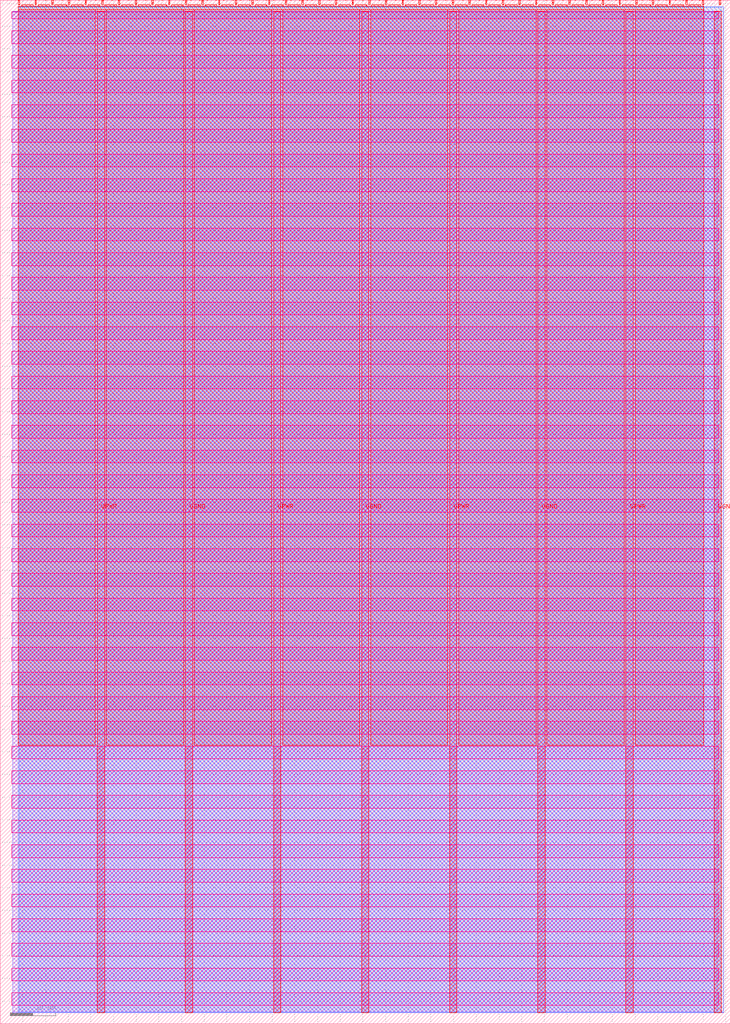
<source format=lef>
VERSION 5.7 ;
  NOWIREEXTENSIONATPIN ON ;
  DIVIDERCHAR "/" ;
  BUSBITCHARS "[]" ;
MACRO tt_um_mitssdd
  CLASS BLOCK ;
  FOREIGN tt_um_mitssdd ;
  ORIGIN 0.000 0.000 ;
  SIZE 161.000 BY 225.760 ;
  PIN VGND
    DIRECTION INOUT ;
    USE GROUND ;
    PORT
      LAYER met4 ;
        RECT 40.830 2.480 42.430 223.280 ;
    END
    PORT
      LAYER met4 ;
        RECT 79.700 2.480 81.300 223.280 ;
    END
    PORT
      LAYER met4 ;
        RECT 118.570 2.480 120.170 223.280 ;
    END
    PORT
      LAYER met4 ;
        RECT 157.440 2.480 159.040 223.280 ;
    END
  END VGND
  PIN VPWR
    DIRECTION INOUT ;
    USE POWER ;
    PORT
      LAYER met4 ;
        RECT 21.395 2.480 22.995 223.280 ;
    END
    PORT
      LAYER met4 ;
        RECT 60.265 2.480 61.865 223.280 ;
    END
    PORT
      LAYER met4 ;
        RECT 99.135 2.480 100.735 223.280 ;
    END
    PORT
      LAYER met4 ;
        RECT 138.005 2.480 139.605 223.280 ;
    END
  END VPWR
  PIN clk
    DIRECTION INPUT ;
    USE SIGNAL ;
    ANTENNAGATEAREA 0.852000 ;
    PORT
      LAYER met4 ;
        RECT 154.870 224.760 155.170 225.760 ;
    END
  END clk
  PIN ena
    DIRECTION INPUT ;
    USE SIGNAL ;
    PORT
      LAYER met4 ;
        RECT 158.550 224.760 158.850 225.760 ;
    END
  END ena
  PIN rst_n
    DIRECTION INPUT ;
    USE SIGNAL ;
    ANTENNAGATEAREA 0.213000 ;
    PORT
      LAYER met4 ;
        RECT 151.190 224.760 151.490 225.760 ;
    END
  END rst_n
  PIN ui_in[0]
    DIRECTION INPUT ;
    USE SIGNAL ;
    ANTENNAGATEAREA 0.213000 ;
    PORT
      LAYER met4 ;
        RECT 147.510 224.760 147.810 225.760 ;
    END
  END ui_in[0]
  PIN ui_in[1]
    DIRECTION INPUT ;
    USE SIGNAL ;
    ANTENNAGATEAREA 0.213000 ;
    PORT
      LAYER met4 ;
        RECT 143.830 224.760 144.130 225.760 ;
    END
  END ui_in[1]
  PIN ui_in[2]
    DIRECTION INPUT ;
    USE SIGNAL ;
    ANTENNAGATEAREA 0.196500 ;
    PORT
      LAYER met4 ;
        RECT 140.150 224.760 140.450 225.760 ;
    END
  END ui_in[2]
  PIN ui_in[3]
    DIRECTION INPUT ;
    USE SIGNAL ;
    ANTENNAGATEAREA 0.213000 ;
    PORT
      LAYER met4 ;
        RECT 136.470 224.760 136.770 225.760 ;
    END
  END ui_in[3]
  PIN ui_in[4]
    DIRECTION INPUT ;
    USE SIGNAL ;
    ANTENNAGATEAREA 0.213000 ;
    PORT
      LAYER met4 ;
        RECT 132.790 224.760 133.090 225.760 ;
    END
  END ui_in[4]
  PIN ui_in[5]
    DIRECTION INPUT ;
    USE SIGNAL ;
    ANTENNAGATEAREA 0.213000 ;
    PORT
      LAYER met4 ;
        RECT 129.110 224.760 129.410 225.760 ;
    END
  END ui_in[5]
  PIN ui_in[6]
    DIRECTION INPUT ;
    USE SIGNAL ;
    ANTENNAGATEAREA 0.213000 ;
    PORT
      LAYER met4 ;
        RECT 125.430 224.760 125.730 225.760 ;
    END
  END ui_in[6]
  PIN ui_in[7]
    DIRECTION INPUT ;
    USE SIGNAL ;
    ANTENNAGATEAREA 0.213000 ;
    PORT
      LAYER met4 ;
        RECT 121.750 224.760 122.050 225.760 ;
    END
  END ui_in[7]
  PIN uio_in[0]
    DIRECTION INPUT ;
    USE SIGNAL ;
    ANTENNAGATEAREA 0.159000 ;
    PORT
      LAYER met4 ;
        RECT 118.070 224.760 118.370 225.760 ;
    END
  END uio_in[0]
  PIN uio_in[1]
    DIRECTION INPUT ;
    USE SIGNAL ;
    ANTENNAGATEAREA 0.159000 ;
    PORT
      LAYER met4 ;
        RECT 114.390 224.760 114.690 225.760 ;
    END
  END uio_in[1]
  PIN uio_in[2]
    DIRECTION INPUT ;
    USE SIGNAL ;
    PORT
      LAYER met4 ;
        RECT 110.710 224.760 111.010 225.760 ;
    END
  END uio_in[2]
  PIN uio_in[3]
    DIRECTION INPUT ;
    USE SIGNAL ;
    PORT
      LAYER met4 ;
        RECT 107.030 224.760 107.330 225.760 ;
    END
  END uio_in[3]
  PIN uio_in[4]
    DIRECTION INPUT ;
    USE SIGNAL ;
    PORT
      LAYER met4 ;
        RECT 103.350 224.760 103.650 225.760 ;
    END
  END uio_in[4]
  PIN uio_in[5]
    DIRECTION INPUT ;
    USE SIGNAL ;
    PORT
      LAYER met4 ;
        RECT 99.670 224.760 99.970 225.760 ;
    END
  END uio_in[5]
  PIN uio_in[6]
    DIRECTION INPUT ;
    USE SIGNAL ;
    PORT
      LAYER met4 ;
        RECT 95.990 224.760 96.290 225.760 ;
    END
  END uio_in[6]
  PIN uio_in[7]
    DIRECTION INPUT ;
    USE SIGNAL ;
    PORT
      LAYER met4 ;
        RECT 92.310 224.760 92.610 225.760 ;
    END
  END uio_in[7]
  PIN uio_oe[0]
    DIRECTION OUTPUT TRISTATE ;
    USE SIGNAL ;
    PORT
      LAYER met4 ;
        RECT 29.750 224.760 30.050 225.760 ;
    END
  END uio_oe[0]
  PIN uio_oe[1]
    DIRECTION OUTPUT TRISTATE ;
    USE SIGNAL ;
    PORT
      LAYER met4 ;
        RECT 26.070 224.760 26.370 225.760 ;
    END
  END uio_oe[1]
  PIN uio_oe[2]
    DIRECTION OUTPUT TRISTATE ;
    USE SIGNAL ;
    PORT
      LAYER met4 ;
        RECT 22.390 224.760 22.690 225.760 ;
    END
  END uio_oe[2]
  PIN uio_oe[3]
    DIRECTION OUTPUT TRISTATE ;
    USE SIGNAL ;
    PORT
      LAYER met4 ;
        RECT 18.710 224.760 19.010 225.760 ;
    END
  END uio_oe[3]
  PIN uio_oe[4]
    DIRECTION OUTPUT TRISTATE ;
    USE SIGNAL ;
    PORT
      LAYER met4 ;
        RECT 15.030 224.760 15.330 225.760 ;
    END
  END uio_oe[4]
  PIN uio_oe[5]
    DIRECTION OUTPUT TRISTATE ;
    USE SIGNAL ;
    PORT
      LAYER met4 ;
        RECT 11.350 224.760 11.650 225.760 ;
    END
  END uio_oe[5]
  PIN uio_oe[6]
    DIRECTION OUTPUT TRISTATE ;
    USE SIGNAL ;
    PORT
      LAYER met4 ;
        RECT 7.670 224.760 7.970 225.760 ;
    END
  END uio_oe[6]
  PIN uio_oe[7]
    DIRECTION OUTPUT TRISTATE ;
    USE SIGNAL ;
    PORT
      LAYER met4 ;
        RECT 3.990 224.760 4.290 225.760 ;
    END
  END uio_oe[7]
  PIN uio_out[0]
    DIRECTION OUTPUT TRISTATE ;
    USE SIGNAL ;
    PORT
      LAYER met4 ;
        RECT 59.190 224.760 59.490 225.760 ;
    END
  END uio_out[0]
  PIN uio_out[1]
    DIRECTION OUTPUT TRISTATE ;
    USE SIGNAL ;
    PORT
      LAYER met4 ;
        RECT 55.510 224.760 55.810 225.760 ;
    END
  END uio_out[1]
  PIN uio_out[2]
    DIRECTION OUTPUT TRISTATE ;
    USE SIGNAL ;
    PORT
      LAYER met4 ;
        RECT 51.830 224.760 52.130 225.760 ;
    END
  END uio_out[2]
  PIN uio_out[3]
    DIRECTION OUTPUT TRISTATE ;
    USE SIGNAL ;
    PORT
      LAYER met4 ;
        RECT 48.150 224.760 48.450 225.760 ;
    END
  END uio_out[3]
  PIN uio_out[4]
    DIRECTION OUTPUT TRISTATE ;
    USE SIGNAL ;
    PORT
      LAYER met4 ;
        RECT 44.470 224.760 44.770 225.760 ;
    END
  END uio_out[4]
  PIN uio_out[5]
    DIRECTION OUTPUT TRISTATE ;
    USE SIGNAL ;
    PORT
      LAYER met4 ;
        RECT 40.790 224.760 41.090 225.760 ;
    END
  END uio_out[5]
  PIN uio_out[6]
    DIRECTION OUTPUT TRISTATE ;
    USE SIGNAL ;
    PORT
      LAYER met4 ;
        RECT 37.110 224.760 37.410 225.760 ;
    END
  END uio_out[6]
  PIN uio_out[7]
    DIRECTION OUTPUT TRISTATE ;
    USE SIGNAL ;
    PORT
      LAYER met4 ;
        RECT 33.430 224.760 33.730 225.760 ;
    END
  END uio_out[7]
  PIN uo_out[0]
    DIRECTION OUTPUT TRISTATE ;
    USE SIGNAL ;
    ANTENNADIFFAREA 0.445500 ;
    PORT
      LAYER met4 ;
        RECT 88.630 224.760 88.930 225.760 ;
    END
  END uo_out[0]
  PIN uo_out[1]
    DIRECTION OUTPUT TRISTATE ;
    USE SIGNAL ;
    ANTENNAGATEAREA 0.247500 ;
    ANTENNADIFFAREA 0.891000 ;
    PORT
      LAYER met4 ;
        RECT 84.950 224.760 85.250 225.760 ;
    END
  END uo_out[1]
  PIN uo_out[2]
    DIRECTION OUTPUT TRISTATE ;
    USE SIGNAL ;
    ANTENNAGATEAREA 0.247500 ;
    ANTENNADIFFAREA 0.891000 ;
    PORT
      LAYER met4 ;
        RECT 81.270 224.760 81.570 225.760 ;
    END
  END uo_out[2]
  PIN uo_out[3]
    DIRECTION OUTPUT TRISTATE ;
    USE SIGNAL ;
    ANTENNAGATEAREA 0.495000 ;
    ANTENNADIFFAREA 0.891000 ;
    PORT
      LAYER met4 ;
        RECT 77.590 224.760 77.890 225.760 ;
    END
  END uo_out[3]
  PIN uo_out[4]
    DIRECTION OUTPUT TRISTATE ;
    USE SIGNAL ;
    ANTENNAGATEAREA 0.247500 ;
    ANTENNADIFFAREA 0.891000 ;
    PORT
      LAYER met4 ;
        RECT 73.910 224.760 74.210 225.760 ;
    END
  END uo_out[4]
  PIN uo_out[5]
    DIRECTION OUTPUT TRISTATE ;
    USE SIGNAL ;
    ANTENNAGATEAREA 0.247500 ;
    ANTENNADIFFAREA 0.891000 ;
    PORT
      LAYER met4 ;
        RECT 70.230 224.760 70.530 225.760 ;
    END
  END uo_out[5]
  PIN uo_out[6]
    DIRECTION OUTPUT TRISTATE ;
    USE SIGNAL ;
    ANTENNADIFFAREA 0.891000 ;
    PORT
      LAYER met4 ;
        RECT 66.550 224.760 66.850 225.760 ;
    END
  END uo_out[6]
  PIN uo_out[7]
    DIRECTION OUTPUT TRISTATE ;
    USE SIGNAL ;
    ANTENNADIFFAREA 0.891000 ;
    PORT
      LAYER met4 ;
        RECT 62.870 224.760 63.170 225.760 ;
    END
  END uo_out[7]
  OBS
      LAYER nwell ;
        RECT 2.570 221.625 158.430 223.230 ;
        RECT 2.570 216.185 158.430 219.015 ;
        RECT 2.570 210.745 158.430 213.575 ;
        RECT 2.570 205.305 158.430 208.135 ;
        RECT 2.570 199.865 158.430 202.695 ;
        RECT 2.570 194.425 158.430 197.255 ;
        RECT 2.570 188.985 158.430 191.815 ;
        RECT 2.570 183.545 158.430 186.375 ;
        RECT 2.570 178.105 158.430 180.935 ;
        RECT 2.570 172.665 158.430 175.495 ;
        RECT 2.570 167.225 158.430 170.055 ;
        RECT 2.570 161.785 158.430 164.615 ;
        RECT 2.570 156.345 158.430 159.175 ;
        RECT 2.570 150.905 158.430 153.735 ;
        RECT 2.570 145.465 158.430 148.295 ;
        RECT 2.570 140.025 158.430 142.855 ;
        RECT 2.570 134.585 158.430 137.415 ;
        RECT 2.570 129.145 158.430 131.975 ;
        RECT 2.570 123.705 158.430 126.535 ;
        RECT 2.570 118.265 158.430 121.095 ;
        RECT 2.570 112.825 158.430 115.655 ;
        RECT 2.570 107.385 158.430 110.215 ;
        RECT 2.570 101.945 158.430 104.775 ;
        RECT 2.570 96.505 158.430 99.335 ;
        RECT 2.570 91.065 158.430 93.895 ;
        RECT 2.570 85.625 158.430 88.455 ;
        RECT 2.570 80.185 158.430 83.015 ;
        RECT 2.570 74.745 158.430 77.575 ;
        RECT 2.570 69.305 158.430 72.135 ;
        RECT 2.570 63.865 158.430 66.695 ;
        RECT 2.570 58.425 158.430 61.255 ;
        RECT 2.570 52.985 158.430 55.815 ;
        RECT 2.570 47.545 158.430 50.375 ;
        RECT 2.570 42.105 158.430 44.935 ;
        RECT 2.570 36.665 158.430 39.495 ;
        RECT 2.570 31.225 158.430 34.055 ;
        RECT 2.570 25.785 158.430 28.615 ;
        RECT 2.570 20.345 158.430 23.175 ;
        RECT 2.570 14.905 158.430 17.735 ;
        RECT 2.570 9.465 158.430 12.295 ;
        RECT 2.570 4.025 158.430 6.855 ;
      LAYER li1 ;
        RECT 2.760 2.635 158.240 223.125 ;
      LAYER met1 ;
        RECT 2.760 2.480 159.550 223.280 ;
      LAYER met2 ;
        RECT 4.230 2.535 159.520 224.245 ;
      LAYER met3 ;
        RECT 3.950 2.555 159.030 224.225 ;
      LAYER met4 ;
        RECT 4.690 224.360 7.270 224.760 ;
        RECT 8.370 224.360 10.950 224.760 ;
        RECT 12.050 224.360 14.630 224.760 ;
        RECT 15.730 224.360 18.310 224.760 ;
        RECT 19.410 224.360 21.990 224.760 ;
        RECT 23.090 224.360 25.670 224.760 ;
        RECT 26.770 224.360 29.350 224.760 ;
        RECT 30.450 224.360 33.030 224.760 ;
        RECT 34.130 224.360 36.710 224.760 ;
        RECT 37.810 224.360 40.390 224.760 ;
        RECT 41.490 224.360 44.070 224.760 ;
        RECT 45.170 224.360 47.750 224.760 ;
        RECT 48.850 224.360 51.430 224.760 ;
        RECT 52.530 224.360 55.110 224.760 ;
        RECT 56.210 224.360 58.790 224.760 ;
        RECT 59.890 224.360 62.470 224.760 ;
        RECT 63.570 224.360 66.150 224.760 ;
        RECT 67.250 224.360 69.830 224.760 ;
        RECT 70.930 224.360 73.510 224.760 ;
        RECT 74.610 224.360 77.190 224.760 ;
        RECT 78.290 224.360 80.870 224.760 ;
        RECT 81.970 224.360 84.550 224.760 ;
        RECT 85.650 224.360 88.230 224.760 ;
        RECT 89.330 224.360 91.910 224.760 ;
        RECT 93.010 224.360 95.590 224.760 ;
        RECT 96.690 224.360 99.270 224.760 ;
        RECT 100.370 224.360 102.950 224.760 ;
        RECT 104.050 224.360 106.630 224.760 ;
        RECT 107.730 224.360 110.310 224.760 ;
        RECT 111.410 224.360 113.990 224.760 ;
        RECT 115.090 224.360 117.670 224.760 ;
        RECT 118.770 224.360 121.350 224.760 ;
        RECT 122.450 224.360 125.030 224.760 ;
        RECT 126.130 224.360 128.710 224.760 ;
        RECT 129.810 224.360 132.390 224.760 ;
        RECT 133.490 224.360 136.070 224.760 ;
        RECT 137.170 224.360 139.750 224.760 ;
        RECT 140.850 224.360 143.430 224.760 ;
        RECT 144.530 224.360 147.110 224.760 ;
        RECT 148.210 224.360 150.790 224.760 ;
        RECT 151.890 224.360 154.470 224.760 ;
        RECT 3.975 223.680 155.185 224.360 ;
        RECT 3.975 61.375 20.995 223.680 ;
        RECT 23.395 61.375 40.430 223.680 ;
        RECT 42.830 61.375 59.865 223.680 ;
        RECT 62.265 61.375 79.300 223.680 ;
        RECT 81.700 61.375 98.735 223.680 ;
        RECT 101.135 61.375 118.170 223.680 ;
        RECT 120.570 61.375 137.605 223.680 ;
        RECT 140.005 61.375 155.185 223.680 ;
  END
END tt_um_mitssdd
END LIBRARY


</source>
